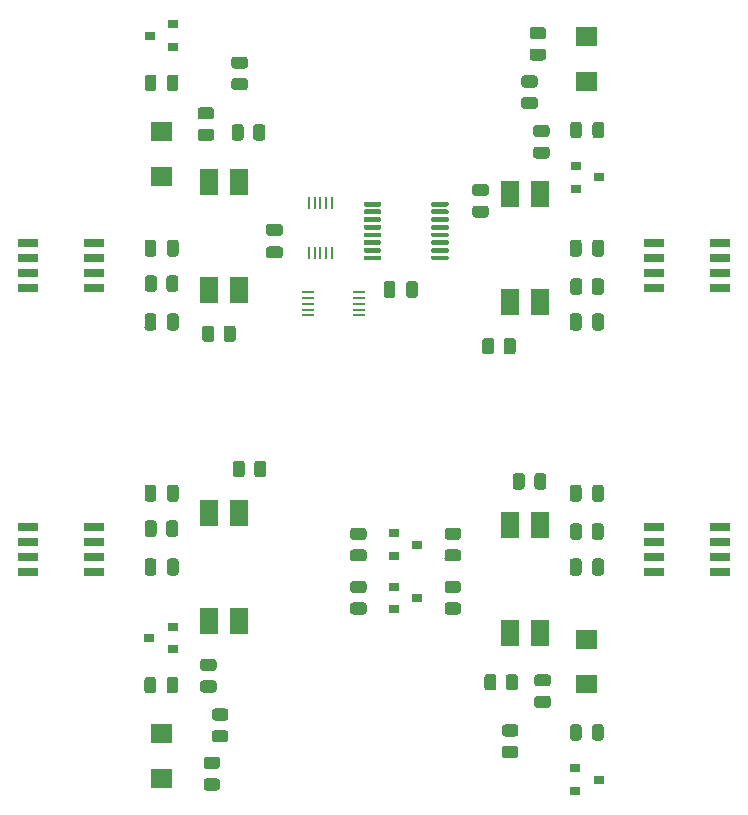
<source format=gtp>
G04 #@! TF.GenerationSoftware,KiCad,Pcbnew,5.1.10*
G04 #@! TF.CreationDate,2021-06-18T04:30:29+02:00*
G04 #@! TF.ProjectId,power-extender,706f7765-722d-4657-9874-656e6465722e,1*
G04 #@! TF.SameCoordinates,Original*
G04 #@! TF.FileFunction,Paste,Top*
G04 #@! TF.FilePolarity,Positive*
%FSLAX46Y46*%
G04 Gerber Fmt 4.6, Leading zero omitted, Abs format (unit mm)*
G04 Created by KiCad (PCBNEW 5.1.10) date 2021-06-18 04:30:29*
%MOMM*%
%LPD*%
G01*
G04 APERTURE LIST*
%ADD10R,1.750000X0.650000*%
%ADD11C,0.150000*%
%ADD12R,0.250000X1.100000*%
%ADD13R,1.100000X0.250000*%
%ADD14R,0.900000X0.800000*%
%ADD15R,1.500000X2.200000*%
G04 APERTURE END LIST*
D10*
X119450000Y-90405000D03*
X125050000Y-90405000D03*
X119450000Y-89135000D03*
X125050000Y-89135000D03*
X119450000Y-87865000D03*
X125050000Y-87865000D03*
X119450000Y-86595000D03*
X125050000Y-86595000D03*
X178050000Y-86595000D03*
X172450000Y-86595000D03*
X178050000Y-87865000D03*
X172450000Y-87865000D03*
X178050000Y-89135000D03*
X172450000Y-89135000D03*
X178050000Y-90405000D03*
X172450000Y-90405000D03*
D11*
G36*
X165850000Y-69900000D02*
G01*
X165850000Y-68300000D01*
X167650000Y-68300000D01*
X167650000Y-69900000D01*
X165850000Y-69900000D01*
G37*
G36*
X165850000Y-73700000D02*
G01*
X165850000Y-72100000D01*
X167650000Y-72100000D01*
X167650000Y-73700000D01*
X165850000Y-73700000D01*
G37*
G36*
X165850000Y-120900000D02*
G01*
X165850000Y-119300000D01*
X167650000Y-119300000D01*
X167650000Y-120900000D01*
X165850000Y-120900000D01*
G37*
G36*
X165850000Y-124700000D02*
G01*
X165850000Y-123100000D01*
X167650000Y-123100000D01*
X167650000Y-124700000D01*
X165850000Y-124700000D01*
G37*
G36*
X131650000Y-131100000D02*
G01*
X131650000Y-132700000D01*
X129850000Y-132700000D01*
X129850000Y-131100000D01*
X131650000Y-131100000D01*
G37*
G36*
X131650000Y-127300000D02*
G01*
X131650000Y-128900000D01*
X129850000Y-128900000D01*
X129850000Y-127300000D01*
X131650000Y-127300000D01*
G37*
G36*
X131650000Y-80100000D02*
G01*
X131650000Y-81700000D01*
X129850000Y-81700000D01*
X129850000Y-80100000D01*
X131650000Y-80100000D01*
G37*
G36*
X131650000Y-76300000D02*
G01*
X131650000Y-77900000D01*
X129850000Y-77900000D01*
X129850000Y-76300000D01*
X131650000Y-76300000D01*
G37*
G36*
G01*
X135150001Y-122800000D02*
X134249999Y-122800000D01*
G75*
G02*
X134000000Y-122550001I0J249999D01*
G01*
X134000000Y-122024999D01*
G75*
G02*
X134249999Y-121775000I249999J0D01*
G01*
X135150001Y-121775000D01*
G75*
G02*
X135400000Y-122024999I0J-249999D01*
G01*
X135400000Y-122550001D01*
G75*
G02*
X135150001Y-122800000I-249999J0D01*
G01*
G37*
G36*
G01*
X135150001Y-124625000D02*
X134249999Y-124625000D01*
G75*
G02*
X134000000Y-124375001I0J249999D01*
G01*
X134000000Y-123849999D01*
G75*
G02*
X134249999Y-123600000I249999J0D01*
G01*
X135150001Y-123600000D01*
G75*
G02*
X135400000Y-123849999I0J-249999D01*
G01*
X135400000Y-124375001D01*
G75*
G02*
X135150001Y-124625000I-249999J0D01*
G01*
G37*
G36*
G01*
X135450001Y-131100000D02*
X134549999Y-131100000D01*
G75*
G02*
X134300000Y-130850001I0J249999D01*
G01*
X134300000Y-130324999D01*
G75*
G02*
X134549999Y-130075000I249999J0D01*
G01*
X135450001Y-130075000D01*
G75*
G02*
X135700000Y-130324999I0J-249999D01*
G01*
X135700000Y-130850001D01*
G75*
G02*
X135450001Y-131100000I-249999J0D01*
G01*
G37*
G36*
G01*
X135450001Y-132925000D02*
X134549999Y-132925000D01*
G75*
G02*
X134300000Y-132675001I0J249999D01*
G01*
X134300000Y-132149999D01*
G75*
G02*
X134549999Y-131900000I249999J0D01*
G01*
X135450001Y-131900000D01*
G75*
G02*
X135700000Y-132149999I0J-249999D01*
G01*
X135700000Y-132675001D01*
G75*
G02*
X135450001Y-132925000I-249999J0D01*
G01*
G37*
G36*
G01*
X135249999Y-127800000D02*
X136150001Y-127800000D01*
G75*
G02*
X136400000Y-128049999I0J-249999D01*
G01*
X136400000Y-128575001D01*
G75*
G02*
X136150001Y-128825000I-249999J0D01*
G01*
X135249999Y-128825000D01*
G75*
G02*
X135000000Y-128575001I0J249999D01*
G01*
X135000000Y-128049999D01*
G75*
G02*
X135249999Y-127800000I249999J0D01*
G01*
G37*
G36*
G01*
X135249999Y-125975000D02*
X136150001Y-125975000D01*
G75*
G02*
X136400000Y-126224999I0J-249999D01*
G01*
X136400000Y-126750001D01*
G75*
G02*
X136150001Y-127000000I-249999J0D01*
G01*
X135249999Y-127000000D01*
G75*
G02*
X135000000Y-126750001I0J249999D01*
G01*
X135000000Y-126224999D01*
G75*
G02*
X135249999Y-125975000I249999J0D01*
G01*
G37*
G36*
G01*
X137700000Y-76749999D02*
X137700000Y-77650001D01*
G75*
G02*
X137450001Y-77900000I-249999J0D01*
G01*
X136924999Y-77900000D01*
G75*
G02*
X136675000Y-77650001I0J249999D01*
G01*
X136675000Y-76749999D01*
G75*
G02*
X136924999Y-76500000I249999J0D01*
G01*
X137450001Y-76500000D01*
G75*
G02*
X137700000Y-76749999I0J-249999D01*
G01*
G37*
G36*
G01*
X139525000Y-76749999D02*
X139525000Y-77650001D01*
G75*
G02*
X139275001Y-77900000I-249999J0D01*
G01*
X138749999Y-77900000D01*
G75*
G02*
X138500000Y-77650001I0J249999D01*
G01*
X138500000Y-76749999D01*
G75*
G02*
X138749999Y-76500000I249999J0D01*
G01*
X139275001Y-76500000D01*
G75*
G02*
X139525000Y-76749999I0J-249999D01*
G01*
G37*
G36*
G01*
X137800001Y-71800000D02*
X136899999Y-71800000D01*
G75*
G02*
X136650000Y-71550001I0J249999D01*
G01*
X136650000Y-71024999D01*
G75*
G02*
X136899999Y-70775000I249999J0D01*
G01*
X137800001Y-70775000D01*
G75*
G02*
X138050000Y-71024999I0J-249999D01*
G01*
X138050000Y-71550001D01*
G75*
G02*
X137800001Y-71800000I-249999J0D01*
G01*
G37*
G36*
G01*
X137800001Y-73625000D02*
X136899999Y-73625000D01*
G75*
G02*
X136650000Y-73375001I0J249999D01*
G01*
X136650000Y-72849999D01*
G75*
G02*
X136899999Y-72600000I249999J0D01*
G01*
X137800001Y-72600000D01*
G75*
G02*
X138050000Y-72849999I0J-249999D01*
G01*
X138050000Y-73375001D01*
G75*
G02*
X137800001Y-73625000I-249999J0D01*
G01*
G37*
D12*
X145200000Y-87450000D03*
X144700000Y-87450000D03*
X144200000Y-87450000D03*
X143700000Y-87450000D03*
X143200000Y-87450000D03*
X143200000Y-83150000D03*
X143700000Y-83150000D03*
X144200000Y-83150000D03*
X144700000Y-83150000D03*
X145200000Y-83150000D03*
G36*
G01*
X153575000Y-83375000D02*
X153575000Y-83175000D01*
G75*
G02*
X153675000Y-83075000I100000J0D01*
G01*
X154950000Y-83075000D01*
G75*
G02*
X155050000Y-83175000I0J-100000D01*
G01*
X155050000Y-83375000D01*
G75*
G02*
X154950000Y-83475000I-100000J0D01*
G01*
X153675000Y-83475000D01*
G75*
G02*
X153575000Y-83375000I0J100000D01*
G01*
G37*
G36*
G01*
X153575000Y-84025000D02*
X153575000Y-83825000D01*
G75*
G02*
X153675000Y-83725000I100000J0D01*
G01*
X154950000Y-83725000D01*
G75*
G02*
X155050000Y-83825000I0J-100000D01*
G01*
X155050000Y-84025000D01*
G75*
G02*
X154950000Y-84125000I-100000J0D01*
G01*
X153675000Y-84125000D01*
G75*
G02*
X153575000Y-84025000I0J100000D01*
G01*
G37*
G36*
G01*
X153575000Y-84675000D02*
X153575000Y-84475000D01*
G75*
G02*
X153675000Y-84375000I100000J0D01*
G01*
X154950000Y-84375000D01*
G75*
G02*
X155050000Y-84475000I0J-100000D01*
G01*
X155050000Y-84675000D01*
G75*
G02*
X154950000Y-84775000I-100000J0D01*
G01*
X153675000Y-84775000D01*
G75*
G02*
X153575000Y-84675000I0J100000D01*
G01*
G37*
G36*
G01*
X153575000Y-85325000D02*
X153575000Y-85125000D01*
G75*
G02*
X153675000Y-85025000I100000J0D01*
G01*
X154950000Y-85025000D01*
G75*
G02*
X155050000Y-85125000I0J-100000D01*
G01*
X155050000Y-85325000D01*
G75*
G02*
X154950000Y-85425000I-100000J0D01*
G01*
X153675000Y-85425000D01*
G75*
G02*
X153575000Y-85325000I0J100000D01*
G01*
G37*
G36*
G01*
X153575000Y-85975000D02*
X153575000Y-85775000D01*
G75*
G02*
X153675000Y-85675000I100000J0D01*
G01*
X154950000Y-85675000D01*
G75*
G02*
X155050000Y-85775000I0J-100000D01*
G01*
X155050000Y-85975000D01*
G75*
G02*
X154950000Y-86075000I-100000J0D01*
G01*
X153675000Y-86075000D01*
G75*
G02*
X153575000Y-85975000I0J100000D01*
G01*
G37*
G36*
G01*
X153575000Y-86625000D02*
X153575000Y-86425000D01*
G75*
G02*
X153675000Y-86325000I100000J0D01*
G01*
X154950000Y-86325000D01*
G75*
G02*
X155050000Y-86425000I0J-100000D01*
G01*
X155050000Y-86625000D01*
G75*
G02*
X154950000Y-86725000I-100000J0D01*
G01*
X153675000Y-86725000D01*
G75*
G02*
X153575000Y-86625000I0J100000D01*
G01*
G37*
G36*
G01*
X153575000Y-87275000D02*
X153575000Y-87075000D01*
G75*
G02*
X153675000Y-86975000I100000J0D01*
G01*
X154950000Y-86975000D01*
G75*
G02*
X155050000Y-87075000I0J-100000D01*
G01*
X155050000Y-87275000D01*
G75*
G02*
X154950000Y-87375000I-100000J0D01*
G01*
X153675000Y-87375000D01*
G75*
G02*
X153575000Y-87275000I0J100000D01*
G01*
G37*
G36*
G01*
X153575000Y-87925000D02*
X153575000Y-87725000D01*
G75*
G02*
X153675000Y-87625000I100000J0D01*
G01*
X154950000Y-87625000D01*
G75*
G02*
X155050000Y-87725000I0J-100000D01*
G01*
X155050000Y-87925000D01*
G75*
G02*
X154950000Y-88025000I-100000J0D01*
G01*
X153675000Y-88025000D01*
G75*
G02*
X153575000Y-87925000I0J100000D01*
G01*
G37*
G36*
G01*
X147850000Y-87925000D02*
X147850000Y-87725000D01*
G75*
G02*
X147950000Y-87625000I100000J0D01*
G01*
X149225000Y-87625000D01*
G75*
G02*
X149325000Y-87725000I0J-100000D01*
G01*
X149325000Y-87925000D01*
G75*
G02*
X149225000Y-88025000I-100000J0D01*
G01*
X147950000Y-88025000D01*
G75*
G02*
X147850000Y-87925000I0J100000D01*
G01*
G37*
G36*
G01*
X147850000Y-87275000D02*
X147850000Y-87075000D01*
G75*
G02*
X147950000Y-86975000I100000J0D01*
G01*
X149225000Y-86975000D01*
G75*
G02*
X149325000Y-87075000I0J-100000D01*
G01*
X149325000Y-87275000D01*
G75*
G02*
X149225000Y-87375000I-100000J0D01*
G01*
X147950000Y-87375000D01*
G75*
G02*
X147850000Y-87275000I0J100000D01*
G01*
G37*
G36*
G01*
X147850000Y-86625000D02*
X147850000Y-86425000D01*
G75*
G02*
X147950000Y-86325000I100000J0D01*
G01*
X149225000Y-86325000D01*
G75*
G02*
X149325000Y-86425000I0J-100000D01*
G01*
X149325000Y-86625000D01*
G75*
G02*
X149225000Y-86725000I-100000J0D01*
G01*
X147950000Y-86725000D01*
G75*
G02*
X147850000Y-86625000I0J100000D01*
G01*
G37*
G36*
G01*
X147850000Y-85975000D02*
X147850000Y-85775000D01*
G75*
G02*
X147950000Y-85675000I100000J0D01*
G01*
X149225000Y-85675000D01*
G75*
G02*
X149325000Y-85775000I0J-100000D01*
G01*
X149325000Y-85975000D01*
G75*
G02*
X149225000Y-86075000I-100000J0D01*
G01*
X147950000Y-86075000D01*
G75*
G02*
X147850000Y-85975000I0J100000D01*
G01*
G37*
G36*
G01*
X147850000Y-85325000D02*
X147850000Y-85125000D01*
G75*
G02*
X147950000Y-85025000I100000J0D01*
G01*
X149225000Y-85025000D01*
G75*
G02*
X149325000Y-85125000I0J-100000D01*
G01*
X149325000Y-85325000D01*
G75*
G02*
X149225000Y-85425000I-100000J0D01*
G01*
X147950000Y-85425000D01*
G75*
G02*
X147850000Y-85325000I0J100000D01*
G01*
G37*
G36*
G01*
X147850000Y-84675000D02*
X147850000Y-84475000D01*
G75*
G02*
X147950000Y-84375000I100000J0D01*
G01*
X149225000Y-84375000D01*
G75*
G02*
X149325000Y-84475000I0J-100000D01*
G01*
X149325000Y-84675000D01*
G75*
G02*
X149225000Y-84775000I-100000J0D01*
G01*
X147950000Y-84775000D01*
G75*
G02*
X147850000Y-84675000I0J100000D01*
G01*
G37*
G36*
G01*
X147850000Y-84025000D02*
X147850000Y-83825000D01*
G75*
G02*
X147950000Y-83725000I100000J0D01*
G01*
X149225000Y-83725000D01*
G75*
G02*
X149325000Y-83825000I0J-100000D01*
G01*
X149325000Y-84025000D01*
G75*
G02*
X149225000Y-84125000I-100000J0D01*
G01*
X147950000Y-84125000D01*
G75*
G02*
X147850000Y-84025000I0J100000D01*
G01*
G37*
G36*
G01*
X147850000Y-83375000D02*
X147850000Y-83175000D01*
G75*
G02*
X147950000Y-83075000I100000J0D01*
G01*
X149225000Y-83075000D01*
G75*
G02*
X149325000Y-83175000I0J-100000D01*
G01*
X149325000Y-83375000D01*
G75*
G02*
X149225000Y-83475000I-100000J0D01*
G01*
X147950000Y-83475000D01*
G75*
G02*
X147850000Y-83375000I0J100000D01*
G01*
G37*
G36*
G01*
X159900000Y-124200001D02*
X159900000Y-123299999D01*
G75*
G02*
X160149999Y-123050000I249999J0D01*
G01*
X160675001Y-123050000D01*
G75*
G02*
X160925000Y-123299999I0J-249999D01*
G01*
X160925000Y-124200001D01*
G75*
G02*
X160675001Y-124450000I-249999J0D01*
G01*
X160149999Y-124450000D01*
G75*
G02*
X159900000Y-124200001I0J249999D01*
G01*
G37*
G36*
G01*
X158075000Y-124200001D02*
X158075000Y-123299999D01*
G75*
G02*
X158324999Y-123050000I249999J0D01*
G01*
X158850001Y-123050000D01*
G75*
G02*
X159100000Y-123299999I0J-249999D01*
G01*
X159100000Y-124200001D01*
G75*
G02*
X158850001Y-124450000I-249999J0D01*
G01*
X158324999Y-124450000D01*
G75*
G02*
X158075000Y-124200001I0J249999D01*
G01*
G37*
D13*
X147450000Y-90700000D03*
X147450000Y-91200000D03*
X147450000Y-91700000D03*
X147450000Y-92200000D03*
X147450000Y-92700000D03*
X143150000Y-92700000D03*
X143150000Y-92200000D03*
X143150000Y-91700000D03*
X143150000Y-91200000D03*
X143150000Y-90700000D03*
D14*
X167800000Y-81000000D03*
X165800000Y-81950000D03*
X165800000Y-80050000D03*
G36*
G01*
X162149999Y-70100000D02*
X163050001Y-70100000D01*
G75*
G02*
X163300000Y-70349999I0J-249999D01*
G01*
X163300000Y-70875001D01*
G75*
G02*
X163050001Y-71125000I-249999J0D01*
G01*
X162149999Y-71125000D01*
G75*
G02*
X161900000Y-70875001I0J249999D01*
G01*
X161900000Y-70349999D01*
G75*
G02*
X162149999Y-70100000I249999J0D01*
G01*
G37*
G36*
G01*
X162149999Y-68275000D02*
X163050001Y-68275000D01*
G75*
G02*
X163300000Y-68524999I0J-249999D01*
G01*
X163300000Y-69050001D01*
G75*
G02*
X163050001Y-69300000I-249999J0D01*
G01*
X162149999Y-69300000D01*
G75*
G02*
X161900000Y-69050001I0J249999D01*
G01*
X161900000Y-68524999D01*
G75*
G02*
X162149999Y-68275000I249999J0D01*
G01*
G37*
G36*
G01*
X167170000Y-90700001D02*
X167170000Y-89799999D01*
G75*
G02*
X167419999Y-89550000I249999J0D01*
G01*
X167945001Y-89550000D01*
G75*
G02*
X168195000Y-89799999I0J-249999D01*
G01*
X168195000Y-90700001D01*
G75*
G02*
X167945001Y-90950000I-249999J0D01*
G01*
X167419999Y-90950000D01*
G75*
G02*
X167170000Y-90700001I0J249999D01*
G01*
G37*
G36*
G01*
X165345000Y-90700001D02*
X165345000Y-89799999D01*
G75*
G02*
X165594999Y-89550000I249999J0D01*
G01*
X166120001Y-89550000D01*
G75*
G02*
X166370000Y-89799999I0J-249999D01*
G01*
X166370000Y-90700001D01*
G75*
G02*
X166120001Y-90950000I-249999J0D01*
G01*
X165594999Y-90950000D01*
G75*
G02*
X165345000Y-90700001I0J249999D01*
G01*
G37*
G36*
G01*
X166330000Y-76543750D02*
X166330000Y-77456250D01*
G75*
G02*
X166086250Y-77700000I-243750J0D01*
G01*
X165598750Y-77700000D01*
G75*
G02*
X165355000Y-77456250I0J243750D01*
G01*
X165355000Y-76543750D01*
G75*
G02*
X165598750Y-76300000I243750J0D01*
G01*
X166086250Y-76300000D01*
G75*
G02*
X166330000Y-76543750I0J-243750D01*
G01*
G37*
G36*
G01*
X168205000Y-76543750D02*
X168205000Y-77456250D01*
G75*
G02*
X167961250Y-77700000I-243750J0D01*
G01*
X167473750Y-77700000D01*
G75*
G02*
X167230000Y-77456250I0J243750D01*
G01*
X167230000Y-76543750D01*
G75*
G02*
X167473750Y-76300000I243750J0D01*
G01*
X167961250Y-76300000D01*
G75*
G02*
X168205000Y-76543750I0J-243750D01*
G01*
G37*
G36*
G01*
X162449999Y-78400000D02*
X163350001Y-78400000D01*
G75*
G02*
X163600000Y-78649999I0J-249999D01*
G01*
X163600000Y-79175001D01*
G75*
G02*
X163350001Y-79425000I-249999J0D01*
G01*
X162449999Y-79425000D01*
G75*
G02*
X162200000Y-79175001I0J249999D01*
G01*
X162200000Y-78649999D01*
G75*
G02*
X162449999Y-78400000I249999J0D01*
G01*
G37*
G36*
G01*
X162449999Y-76575000D02*
X163350001Y-76575000D01*
G75*
G02*
X163600000Y-76824999I0J-249999D01*
G01*
X163600000Y-77350001D01*
G75*
G02*
X163350001Y-77600000I-249999J0D01*
G01*
X162449999Y-77600000D01*
G75*
G02*
X162200000Y-77350001I0J249999D01*
G01*
X162200000Y-76824999D01*
G75*
G02*
X162449999Y-76575000I249999J0D01*
G01*
G37*
D15*
X162770000Y-91580000D03*
X162770000Y-82420000D03*
X160230000Y-91580000D03*
X160230000Y-82420000D03*
G36*
G01*
X166300000Y-92775000D02*
X166300000Y-93725000D01*
G75*
G02*
X166050000Y-93975000I-250000J0D01*
G01*
X165550000Y-93975000D01*
G75*
G02*
X165300000Y-93725000I0J250000D01*
G01*
X165300000Y-92775000D01*
G75*
G02*
X165550000Y-92525000I250000J0D01*
G01*
X166050000Y-92525000D01*
G75*
G02*
X166300000Y-92775000I0J-250000D01*
G01*
G37*
G36*
G01*
X168200000Y-92775000D02*
X168200000Y-93725000D01*
G75*
G02*
X167950000Y-93975000I-250000J0D01*
G01*
X167450000Y-93975000D01*
G75*
G02*
X167200000Y-93725000I0J250000D01*
G01*
X167200000Y-92775000D01*
G75*
G02*
X167450000Y-92525000I250000J0D01*
G01*
X167950000Y-92525000D01*
G75*
G02*
X168200000Y-92775000I0J-250000D01*
G01*
G37*
G36*
G01*
X167200000Y-87475000D02*
X167200000Y-86525000D01*
G75*
G02*
X167450000Y-86275000I250000J0D01*
G01*
X167950000Y-86275000D01*
G75*
G02*
X168200000Y-86525000I0J-250000D01*
G01*
X168200000Y-87475000D01*
G75*
G02*
X167950000Y-87725000I-250000J0D01*
G01*
X167450000Y-87725000D01*
G75*
G02*
X167200000Y-87475000I0J250000D01*
G01*
G37*
G36*
G01*
X165300000Y-87475000D02*
X165300000Y-86525000D01*
G75*
G02*
X165550000Y-86275000I250000J0D01*
G01*
X166050000Y-86275000D01*
G75*
G02*
X166300000Y-86525000I0J-250000D01*
G01*
X166300000Y-87475000D01*
G75*
G02*
X166050000Y-87725000I-250000J0D01*
G01*
X165550000Y-87725000D01*
G75*
G02*
X165300000Y-87475000I0J250000D01*
G01*
G37*
D10*
X178050000Y-110595000D03*
X172450000Y-110595000D03*
X178050000Y-111865000D03*
X172450000Y-111865000D03*
X178050000Y-113135000D03*
X172450000Y-113135000D03*
X178050000Y-114405000D03*
X172450000Y-114405000D03*
D14*
X167750000Y-132000000D03*
X165750000Y-132950000D03*
X165750000Y-131050000D03*
G36*
G01*
X159700000Y-95750001D02*
X159700000Y-94849999D01*
G75*
G02*
X159949999Y-94600000I249999J0D01*
G01*
X160475001Y-94600000D01*
G75*
G02*
X160725000Y-94849999I0J-249999D01*
G01*
X160725000Y-95750001D01*
G75*
G02*
X160475001Y-96000000I-249999J0D01*
G01*
X159949999Y-96000000D01*
G75*
G02*
X159700000Y-95750001I0J249999D01*
G01*
G37*
G36*
G01*
X157875000Y-95750001D02*
X157875000Y-94849999D01*
G75*
G02*
X158124999Y-94600000I249999J0D01*
G01*
X158650001Y-94600000D01*
G75*
G02*
X158900000Y-94849999I0J-249999D01*
G01*
X158900000Y-95750001D01*
G75*
G02*
X158650001Y-96000000I-249999J0D01*
G01*
X158124999Y-96000000D01*
G75*
G02*
X157875000Y-95750001I0J249999D01*
G01*
G37*
G36*
G01*
X167200000Y-108225000D02*
X167200000Y-107275000D01*
G75*
G02*
X167450000Y-107025000I250000J0D01*
G01*
X167950000Y-107025000D01*
G75*
G02*
X168200000Y-107275000I0J-250000D01*
G01*
X168200000Y-108225000D01*
G75*
G02*
X167950000Y-108475000I-250000J0D01*
G01*
X167450000Y-108475000D01*
G75*
G02*
X167200000Y-108225000I0J250000D01*
G01*
G37*
G36*
G01*
X165300000Y-108225000D02*
X165300000Y-107275000D01*
G75*
G02*
X165550000Y-107025000I250000J0D01*
G01*
X166050000Y-107025000D01*
G75*
G02*
X166300000Y-107275000I0J-250000D01*
G01*
X166300000Y-108225000D01*
G75*
G02*
X166050000Y-108475000I-250000J0D01*
G01*
X165550000Y-108475000D01*
G75*
G02*
X165300000Y-108225000I0J250000D01*
G01*
G37*
G36*
G01*
X162549999Y-124900000D02*
X163450001Y-124900000D01*
G75*
G02*
X163700000Y-125149999I0J-249999D01*
G01*
X163700000Y-125675001D01*
G75*
G02*
X163450001Y-125925000I-249999J0D01*
G01*
X162549999Y-125925000D01*
G75*
G02*
X162300000Y-125675001I0J249999D01*
G01*
X162300000Y-125149999D01*
G75*
G02*
X162549999Y-124900000I249999J0D01*
G01*
G37*
G36*
G01*
X162549999Y-123075000D02*
X163450001Y-123075000D01*
G75*
G02*
X163700000Y-123324999I0J-249999D01*
G01*
X163700000Y-123850001D01*
G75*
G02*
X163450001Y-124100000I-249999J0D01*
G01*
X162549999Y-124100000D01*
G75*
G02*
X162300000Y-123850001I0J249999D01*
G01*
X162300000Y-123324999D01*
G75*
G02*
X162549999Y-123075000I249999J0D01*
G01*
G37*
G36*
G01*
X167150000Y-111450001D02*
X167150000Y-110549999D01*
G75*
G02*
X167399999Y-110300000I249999J0D01*
G01*
X167925001Y-110300000D01*
G75*
G02*
X168175000Y-110549999I0J-249999D01*
G01*
X168175000Y-111450001D01*
G75*
G02*
X167925001Y-111700000I-249999J0D01*
G01*
X167399999Y-111700000D01*
G75*
G02*
X167150000Y-111450001I0J249999D01*
G01*
G37*
G36*
G01*
X165325000Y-111450001D02*
X165325000Y-110549999D01*
G75*
G02*
X165574999Y-110300000I249999J0D01*
G01*
X166100001Y-110300000D01*
G75*
G02*
X166350000Y-110549999I0J-249999D01*
G01*
X166350000Y-111450001D01*
G75*
G02*
X166100001Y-111700000I-249999J0D01*
G01*
X165574999Y-111700000D01*
G75*
G02*
X165325000Y-111450001I0J249999D01*
G01*
G37*
G36*
G01*
X159799999Y-129150000D02*
X160700001Y-129150000D01*
G75*
G02*
X160950000Y-129399999I0J-249999D01*
G01*
X160950000Y-129925001D01*
G75*
G02*
X160700001Y-130175000I-249999J0D01*
G01*
X159799999Y-130175000D01*
G75*
G02*
X159550000Y-129925001I0J249999D01*
G01*
X159550000Y-129399999D01*
G75*
G02*
X159799999Y-129150000I249999J0D01*
G01*
G37*
G36*
G01*
X159799999Y-127325000D02*
X160700001Y-127325000D01*
G75*
G02*
X160950000Y-127574999I0J-249999D01*
G01*
X160950000Y-128100001D01*
G75*
G02*
X160700001Y-128350000I-249999J0D01*
G01*
X159799999Y-128350000D01*
G75*
G02*
X159550000Y-128100001I0J249999D01*
G01*
X159550000Y-127574999D01*
G75*
G02*
X159799999Y-127325000I249999J0D01*
G01*
G37*
G36*
G01*
X162300000Y-107200001D02*
X162300000Y-106299999D01*
G75*
G02*
X162549999Y-106050000I249999J0D01*
G01*
X163075001Y-106050000D01*
G75*
G02*
X163325000Y-106299999I0J-249999D01*
G01*
X163325000Y-107200001D01*
G75*
G02*
X163075001Y-107450000I-249999J0D01*
G01*
X162549999Y-107450000D01*
G75*
G02*
X162300000Y-107200001I0J249999D01*
G01*
G37*
G36*
G01*
X160475000Y-107200001D02*
X160475000Y-106299999D01*
G75*
G02*
X160724999Y-106050000I249999J0D01*
G01*
X161250001Y-106050000D01*
G75*
G02*
X161500000Y-106299999I0J-249999D01*
G01*
X161500000Y-107200001D01*
G75*
G02*
X161250001Y-107450000I-249999J0D01*
G01*
X160724999Y-107450000D01*
G75*
G02*
X160475000Y-107200001I0J249999D01*
G01*
G37*
G36*
G01*
X166300000Y-127543750D02*
X166300000Y-128456250D01*
G75*
G02*
X166056250Y-128700000I-243750J0D01*
G01*
X165568750Y-128700000D01*
G75*
G02*
X165325000Y-128456250I0J243750D01*
G01*
X165325000Y-127543750D01*
G75*
G02*
X165568750Y-127300000I243750J0D01*
G01*
X166056250Y-127300000D01*
G75*
G02*
X166300000Y-127543750I0J-243750D01*
G01*
G37*
G36*
G01*
X168175000Y-127543750D02*
X168175000Y-128456250D01*
G75*
G02*
X167931250Y-128700000I-243750J0D01*
G01*
X167443750Y-128700000D01*
G75*
G02*
X167200000Y-128456250I0J243750D01*
G01*
X167200000Y-127543750D01*
G75*
G02*
X167443750Y-127300000I243750J0D01*
G01*
X167931250Y-127300000D01*
G75*
G02*
X168175000Y-127543750I0J-243750D01*
G01*
G37*
G36*
G01*
X166300000Y-113525000D02*
X166300000Y-114475000D01*
G75*
G02*
X166050000Y-114725000I-250000J0D01*
G01*
X165550000Y-114725000D01*
G75*
G02*
X165300000Y-114475000I0J250000D01*
G01*
X165300000Y-113525000D01*
G75*
G02*
X165550000Y-113275000I250000J0D01*
G01*
X166050000Y-113275000D01*
G75*
G02*
X166300000Y-113525000I0J-250000D01*
G01*
G37*
G36*
G01*
X168200000Y-113525000D02*
X168200000Y-114475000D01*
G75*
G02*
X167950000Y-114725000I-250000J0D01*
G01*
X167450000Y-114725000D01*
G75*
G02*
X167200000Y-114475000I0J250000D01*
G01*
X167200000Y-113525000D01*
G75*
G02*
X167450000Y-113275000I250000J0D01*
G01*
X167950000Y-113275000D01*
G75*
G02*
X168200000Y-113525000I0J-250000D01*
G01*
G37*
D15*
X160230000Y-110420000D03*
X160230000Y-119580000D03*
X162770000Y-110420000D03*
X162770000Y-119580000D03*
D10*
X119450000Y-114405000D03*
X125050000Y-114405000D03*
X119450000Y-113135000D03*
X125050000Y-113135000D03*
X119450000Y-111865000D03*
X125050000Y-111865000D03*
X119450000Y-110595000D03*
X125050000Y-110595000D03*
D14*
X129700000Y-120000000D03*
X131700000Y-119050000D03*
X131700000Y-120950000D03*
G36*
G01*
X130300000Y-113525000D02*
X130300000Y-114475000D01*
G75*
G02*
X130050000Y-114725000I-250000J0D01*
G01*
X129550000Y-114725000D01*
G75*
G02*
X129300000Y-114475000I0J250000D01*
G01*
X129300000Y-113525000D01*
G75*
G02*
X129550000Y-113275000I250000J0D01*
G01*
X130050000Y-113275000D01*
G75*
G02*
X130300000Y-113525000I0J-250000D01*
G01*
G37*
G36*
G01*
X132200000Y-113525000D02*
X132200000Y-114475000D01*
G75*
G02*
X131950000Y-114725000I-250000J0D01*
G01*
X131450000Y-114725000D01*
G75*
G02*
X131200000Y-114475000I0J250000D01*
G01*
X131200000Y-113525000D01*
G75*
G02*
X131450000Y-113275000I250000J0D01*
G01*
X131950000Y-113275000D01*
G75*
G02*
X132200000Y-113525000I0J-250000D01*
G01*
G37*
G36*
G01*
X130330000Y-110299999D02*
X130330000Y-111200001D01*
G75*
G02*
X130080001Y-111450000I-249999J0D01*
G01*
X129554999Y-111450000D01*
G75*
G02*
X129305000Y-111200001I0J249999D01*
G01*
X129305000Y-110299999D01*
G75*
G02*
X129554999Y-110050000I249999J0D01*
G01*
X130080001Y-110050000D01*
G75*
G02*
X130330000Y-110299999I0J-249999D01*
G01*
G37*
G36*
G01*
X132155000Y-110299999D02*
X132155000Y-111200001D01*
G75*
G02*
X131905001Y-111450000I-249999J0D01*
G01*
X131379999Y-111450000D01*
G75*
G02*
X131130000Y-111200001I0J249999D01*
G01*
X131130000Y-110299999D01*
G75*
G02*
X131379999Y-110050000I249999J0D01*
G01*
X131905001Y-110050000D01*
G75*
G02*
X132155000Y-110299999I0J-249999D01*
G01*
G37*
G36*
G01*
X137800000Y-105249999D02*
X137800000Y-106150001D01*
G75*
G02*
X137550001Y-106400000I-249999J0D01*
G01*
X137024999Y-106400000D01*
G75*
G02*
X136775000Y-106150001I0J249999D01*
G01*
X136775000Y-105249999D01*
G75*
G02*
X137024999Y-105000000I249999J0D01*
G01*
X137550001Y-105000000D01*
G75*
G02*
X137800000Y-105249999I0J-249999D01*
G01*
G37*
G36*
G01*
X139625000Y-105249999D02*
X139625000Y-106150001D01*
G75*
G02*
X139375001Y-106400000I-249999J0D01*
G01*
X138849999Y-106400000D01*
G75*
G02*
X138600000Y-106150001I0J249999D01*
G01*
X138600000Y-105249999D01*
G75*
G02*
X138849999Y-105000000I249999J0D01*
G01*
X139375001Y-105000000D01*
G75*
G02*
X139625000Y-105249999I0J-249999D01*
G01*
G37*
G36*
G01*
X131170000Y-124456250D02*
X131170000Y-123543750D01*
G75*
G02*
X131413750Y-123300000I243750J0D01*
G01*
X131901250Y-123300000D01*
G75*
G02*
X132145000Y-123543750I0J-243750D01*
G01*
X132145000Y-124456250D01*
G75*
G02*
X131901250Y-124700000I-243750J0D01*
G01*
X131413750Y-124700000D01*
G75*
G02*
X131170000Y-124456250I0J243750D01*
G01*
G37*
G36*
G01*
X129295000Y-124456250D02*
X129295000Y-123543750D01*
G75*
G02*
X129538750Y-123300000I243750J0D01*
G01*
X130026250Y-123300000D01*
G75*
G02*
X130270000Y-123543750I0J-243750D01*
G01*
X130270000Y-124456250D01*
G75*
G02*
X130026250Y-124700000I-243750J0D01*
G01*
X129538750Y-124700000D01*
G75*
G02*
X129295000Y-124456250I0J243750D01*
G01*
G37*
G36*
G01*
X131200000Y-108225000D02*
X131200000Y-107275000D01*
G75*
G02*
X131450000Y-107025000I250000J0D01*
G01*
X131950000Y-107025000D01*
G75*
G02*
X132200000Y-107275000I0J-250000D01*
G01*
X132200000Y-108225000D01*
G75*
G02*
X131950000Y-108475000I-250000J0D01*
G01*
X131450000Y-108475000D01*
G75*
G02*
X131200000Y-108225000I0J250000D01*
G01*
G37*
G36*
G01*
X129300000Y-108225000D02*
X129300000Y-107275000D01*
G75*
G02*
X129550000Y-107025000I250000J0D01*
G01*
X130050000Y-107025000D01*
G75*
G02*
X130300000Y-107275000I0J-250000D01*
G01*
X130300000Y-108225000D01*
G75*
G02*
X130050000Y-108475000I-250000J0D01*
G01*
X129550000Y-108475000D01*
G75*
G02*
X129300000Y-108225000I0J250000D01*
G01*
G37*
D15*
X134730000Y-109420000D03*
X134730000Y-118580000D03*
X137270000Y-109420000D03*
X137270000Y-118580000D03*
X137270000Y-90580000D03*
X137270000Y-81420000D03*
X134730000Y-90580000D03*
X134730000Y-81420000D03*
G36*
G01*
X155850001Y-111700000D02*
X154949999Y-111700000D01*
G75*
G02*
X154700000Y-111450001I0J249999D01*
G01*
X154700000Y-110924999D01*
G75*
G02*
X154949999Y-110675000I249999J0D01*
G01*
X155850001Y-110675000D01*
G75*
G02*
X156100000Y-110924999I0J-249999D01*
G01*
X156100000Y-111450001D01*
G75*
G02*
X155850001Y-111700000I-249999J0D01*
G01*
G37*
G36*
G01*
X155850001Y-113525000D02*
X154949999Y-113525000D01*
G75*
G02*
X154700000Y-113275001I0J249999D01*
G01*
X154700000Y-112749999D01*
G75*
G02*
X154949999Y-112500000I249999J0D01*
G01*
X155850001Y-112500000D01*
G75*
G02*
X156100000Y-112749999I0J-249999D01*
G01*
X156100000Y-113275001D01*
G75*
G02*
X155850001Y-113525000I-249999J0D01*
G01*
G37*
G36*
G01*
X154949999Y-117000000D02*
X155850001Y-117000000D01*
G75*
G02*
X156100000Y-117249999I0J-249999D01*
G01*
X156100000Y-117775001D01*
G75*
G02*
X155850001Y-118025000I-249999J0D01*
G01*
X154949999Y-118025000D01*
G75*
G02*
X154700000Y-117775001I0J249999D01*
G01*
X154700000Y-117249999D01*
G75*
G02*
X154949999Y-117000000I249999J0D01*
G01*
G37*
G36*
G01*
X154949999Y-115175000D02*
X155850001Y-115175000D01*
G75*
G02*
X156100000Y-115424999I0J-249999D01*
G01*
X156100000Y-115950001D01*
G75*
G02*
X155850001Y-116200000I-249999J0D01*
G01*
X154949999Y-116200000D01*
G75*
G02*
X154700000Y-115950001I0J249999D01*
G01*
X154700000Y-115424999D01*
G75*
G02*
X154949999Y-115175000I249999J0D01*
G01*
G37*
G36*
G01*
X157299999Y-83400000D02*
X158200001Y-83400000D01*
G75*
G02*
X158450000Y-83649999I0J-249999D01*
G01*
X158450000Y-84175001D01*
G75*
G02*
X158200001Y-84425000I-249999J0D01*
G01*
X157299999Y-84425000D01*
G75*
G02*
X157050000Y-84175001I0J249999D01*
G01*
X157050000Y-83649999D01*
G75*
G02*
X157299999Y-83400000I249999J0D01*
G01*
G37*
G36*
G01*
X157299999Y-81575000D02*
X158200001Y-81575000D01*
G75*
G02*
X158450000Y-81824999I0J-249999D01*
G01*
X158450000Y-82350001D01*
G75*
G02*
X158200001Y-82600000I-249999J0D01*
G01*
X157299999Y-82600000D01*
G75*
G02*
X157050000Y-82350001I0J249999D01*
G01*
X157050000Y-81824999D01*
G75*
G02*
X157299999Y-81575000I249999J0D01*
G01*
G37*
G36*
G01*
X146949999Y-112500000D02*
X147850001Y-112500000D01*
G75*
G02*
X148100000Y-112749999I0J-249999D01*
G01*
X148100000Y-113275001D01*
G75*
G02*
X147850001Y-113525000I-249999J0D01*
G01*
X146949999Y-113525000D01*
G75*
G02*
X146700000Y-113275001I0J249999D01*
G01*
X146700000Y-112749999D01*
G75*
G02*
X146949999Y-112500000I249999J0D01*
G01*
G37*
G36*
G01*
X146949999Y-110675000D02*
X147850001Y-110675000D01*
G75*
G02*
X148100000Y-110924999I0J-249999D01*
G01*
X148100000Y-111450001D01*
G75*
G02*
X147850001Y-111700000I-249999J0D01*
G01*
X146949999Y-111700000D01*
G75*
G02*
X146700000Y-111450001I0J249999D01*
G01*
X146700000Y-110924999D01*
G75*
G02*
X146949999Y-110675000I249999J0D01*
G01*
G37*
G36*
G01*
X146949999Y-117000000D02*
X147850001Y-117000000D01*
G75*
G02*
X148100000Y-117249999I0J-249999D01*
G01*
X148100000Y-117775001D01*
G75*
G02*
X147850001Y-118025000I-249999J0D01*
G01*
X146949999Y-118025000D01*
G75*
G02*
X146700000Y-117775001I0J249999D01*
G01*
X146700000Y-117249999D01*
G75*
G02*
X146949999Y-117000000I249999J0D01*
G01*
G37*
G36*
G01*
X146949999Y-115175000D02*
X147850001Y-115175000D01*
G75*
G02*
X148100000Y-115424999I0J-249999D01*
G01*
X148100000Y-115950001D01*
G75*
G02*
X147850001Y-116200000I-249999J0D01*
G01*
X146949999Y-116200000D01*
G75*
G02*
X146700000Y-115950001I0J249999D01*
G01*
X146700000Y-115424999D01*
G75*
G02*
X146949999Y-115175000I249999J0D01*
G01*
G37*
G36*
G01*
X130350000Y-89549999D02*
X130350000Y-90450001D01*
G75*
G02*
X130100001Y-90700000I-249999J0D01*
G01*
X129574999Y-90700000D01*
G75*
G02*
X129325000Y-90450001I0J249999D01*
G01*
X129325000Y-89549999D01*
G75*
G02*
X129574999Y-89300000I249999J0D01*
G01*
X130100001Y-89300000D01*
G75*
G02*
X130350000Y-89549999I0J-249999D01*
G01*
G37*
G36*
G01*
X132175000Y-89549999D02*
X132175000Y-90450001D01*
G75*
G02*
X131925001Y-90700000I-249999J0D01*
G01*
X131399999Y-90700000D01*
G75*
G02*
X131150000Y-90450001I0J249999D01*
G01*
X131150000Y-89549999D01*
G75*
G02*
X131399999Y-89300000I249999J0D01*
G01*
X131925001Y-89300000D01*
G75*
G02*
X132175000Y-89549999I0J-249999D01*
G01*
G37*
G36*
G01*
X134950001Y-76100000D02*
X134049999Y-76100000D01*
G75*
G02*
X133800000Y-75850001I0J249999D01*
G01*
X133800000Y-75324999D01*
G75*
G02*
X134049999Y-75075000I249999J0D01*
G01*
X134950001Y-75075000D01*
G75*
G02*
X135200000Y-75324999I0J-249999D01*
G01*
X135200000Y-75850001D01*
G75*
G02*
X134950001Y-76100000I-249999J0D01*
G01*
G37*
G36*
G01*
X134950001Y-77925000D02*
X134049999Y-77925000D01*
G75*
G02*
X133800000Y-77675001I0J249999D01*
G01*
X133800000Y-77149999D01*
G75*
G02*
X134049999Y-76900000I249999J0D01*
G01*
X134950001Y-76900000D01*
G75*
G02*
X135200000Y-77149999I0J-249999D01*
G01*
X135200000Y-77675001D01*
G75*
G02*
X134950001Y-77925000I-249999J0D01*
G01*
G37*
G36*
G01*
X135200000Y-93799999D02*
X135200000Y-94700001D01*
G75*
G02*
X134950001Y-94950000I-249999J0D01*
G01*
X134424999Y-94950000D01*
G75*
G02*
X134175000Y-94700001I0J249999D01*
G01*
X134175000Y-93799999D01*
G75*
G02*
X134424999Y-93550000I249999J0D01*
G01*
X134950001Y-93550000D01*
G75*
G02*
X135200000Y-93799999I0J-249999D01*
G01*
G37*
G36*
G01*
X137025000Y-93799999D02*
X137025000Y-94700001D01*
G75*
G02*
X136775001Y-94950000I-249999J0D01*
G01*
X136249999Y-94950000D01*
G75*
G02*
X136000000Y-94700001I0J249999D01*
G01*
X136000000Y-93799999D01*
G75*
G02*
X136249999Y-93550000I249999J0D01*
G01*
X136775001Y-93550000D01*
G75*
G02*
X137025000Y-93799999I0J-249999D01*
G01*
G37*
D14*
X152400000Y-112100000D03*
X150400000Y-113050000D03*
X150400000Y-111150000D03*
X152400000Y-116600000D03*
X150400000Y-117550000D03*
X150400000Y-115650000D03*
G36*
G01*
X131200000Y-73456250D02*
X131200000Y-72543750D01*
G75*
G02*
X131443750Y-72300000I243750J0D01*
G01*
X131931250Y-72300000D01*
G75*
G02*
X132175000Y-72543750I0J-243750D01*
G01*
X132175000Y-73456250D01*
G75*
G02*
X131931250Y-73700000I-243750J0D01*
G01*
X131443750Y-73700000D01*
G75*
G02*
X131200000Y-73456250I0J243750D01*
G01*
G37*
G36*
G01*
X129325000Y-73456250D02*
X129325000Y-72543750D01*
G75*
G02*
X129568750Y-72300000I243750J0D01*
G01*
X130056250Y-72300000D01*
G75*
G02*
X130300000Y-72543750I0J-243750D01*
G01*
X130300000Y-73456250D01*
G75*
G02*
X130056250Y-73700000I-243750J0D01*
G01*
X129568750Y-73700000D01*
G75*
G02*
X129325000Y-73456250I0J243750D01*
G01*
G37*
G36*
G01*
X140775000Y-85950000D02*
X139825000Y-85950000D01*
G75*
G02*
X139575000Y-85700000I0J250000D01*
G01*
X139575000Y-85200000D01*
G75*
G02*
X139825000Y-84950000I250000J0D01*
G01*
X140775000Y-84950000D01*
G75*
G02*
X141025000Y-85200000I0J-250000D01*
G01*
X141025000Y-85700000D01*
G75*
G02*
X140775000Y-85950000I-250000J0D01*
G01*
G37*
G36*
G01*
X140775000Y-87850000D02*
X139825000Y-87850000D01*
G75*
G02*
X139575000Y-87600000I0J250000D01*
G01*
X139575000Y-87100000D01*
G75*
G02*
X139825000Y-86850000I250000J0D01*
G01*
X140775000Y-86850000D01*
G75*
G02*
X141025000Y-87100000I0J-250000D01*
G01*
X141025000Y-87600000D01*
G75*
G02*
X140775000Y-87850000I-250000J0D01*
G01*
G37*
G36*
G01*
X151450000Y-90975000D02*
X151450000Y-90025000D01*
G75*
G02*
X151700000Y-89775000I250000J0D01*
G01*
X152200000Y-89775000D01*
G75*
G02*
X152450000Y-90025000I0J-250000D01*
G01*
X152450000Y-90975000D01*
G75*
G02*
X152200000Y-91225000I-250000J0D01*
G01*
X151700000Y-91225000D01*
G75*
G02*
X151450000Y-90975000I0J250000D01*
G01*
G37*
G36*
G01*
X149550000Y-90975000D02*
X149550000Y-90025000D01*
G75*
G02*
X149800000Y-89775000I250000J0D01*
G01*
X150300000Y-89775000D01*
G75*
G02*
X150550000Y-90025000I0J-250000D01*
G01*
X150550000Y-90975000D01*
G75*
G02*
X150300000Y-91225000I-250000J0D01*
G01*
X149800000Y-91225000D01*
G75*
G02*
X149550000Y-90975000I0J250000D01*
G01*
G37*
G36*
G01*
X131200000Y-87475000D02*
X131200000Y-86525000D01*
G75*
G02*
X131450000Y-86275000I250000J0D01*
G01*
X131950000Y-86275000D01*
G75*
G02*
X132200000Y-86525000I0J-250000D01*
G01*
X132200000Y-87475000D01*
G75*
G02*
X131950000Y-87725000I-250000J0D01*
G01*
X131450000Y-87725000D01*
G75*
G02*
X131200000Y-87475000I0J250000D01*
G01*
G37*
G36*
G01*
X129300000Y-87475000D02*
X129300000Y-86525000D01*
G75*
G02*
X129550000Y-86275000I250000J0D01*
G01*
X130050000Y-86275000D01*
G75*
G02*
X130300000Y-86525000I0J-250000D01*
G01*
X130300000Y-87475000D01*
G75*
G02*
X130050000Y-87725000I-250000J0D01*
G01*
X129550000Y-87725000D01*
G75*
G02*
X129300000Y-87475000I0J250000D01*
G01*
G37*
G36*
G01*
X130300000Y-92775000D02*
X130300000Y-93725000D01*
G75*
G02*
X130050000Y-93975000I-250000J0D01*
G01*
X129550000Y-93975000D01*
G75*
G02*
X129300000Y-93725000I0J250000D01*
G01*
X129300000Y-92775000D01*
G75*
G02*
X129550000Y-92525000I250000J0D01*
G01*
X130050000Y-92525000D01*
G75*
G02*
X130300000Y-92775000I0J-250000D01*
G01*
G37*
G36*
G01*
X132200000Y-92775000D02*
X132200000Y-93725000D01*
G75*
G02*
X131950000Y-93975000I-250000J0D01*
G01*
X131450000Y-93975000D01*
G75*
G02*
X131200000Y-93725000I0J250000D01*
G01*
X131200000Y-92775000D01*
G75*
G02*
X131450000Y-92525000I250000J0D01*
G01*
X131950000Y-92525000D01*
G75*
G02*
X132200000Y-92775000I0J-250000D01*
G01*
G37*
X129750000Y-69000000D03*
X131750000Y-68050000D03*
X131750000Y-69950000D03*
G36*
G01*
X162350001Y-73400000D02*
X161449999Y-73400000D01*
G75*
G02*
X161200000Y-73150001I0J249999D01*
G01*
X161200000Y-72624999D01*
G75*
G02*
X161449999Y-72375000I249999J0D01*
G01*
X162350001Y-72375000D01*
G75*
G02*
X162600000Y-72624999I0J-249999D01*
G01*
X162600000Y-73150001D01*
G75*
G02*
X162350001Y-73400000I-249999J0D01*
G01*
G37*
G36*
G01*
X162350001Y-75225000D02*
X161449999Y-75225000D01*
G75*
G02*
X161200000Y-74975001I0J249999D01*
G01*
X161200000Y-74449999D01*
G75*
G02*
X161449999Y-74200000I249999J0D01*
G01*
X162350001Y-74200000D01*
G75*
G02*
X162600000Y-74449999I0J-249999D01*
G01*
X162600000Y-74975001D01*
G75*
G02*
X162350001Y-75225000I-249999J0D01*
G01*
G37*
M02*

</source>
